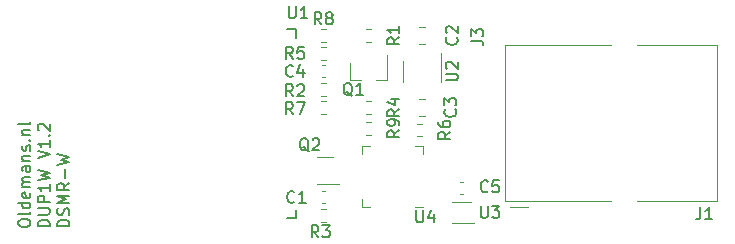
<source format=gto>
G04 #@! TF.GenerationSoftware,KiCad,Pcbnew,(5.1.9-0-10_14)*
G04 #@! TF.CreationDate,2021-04-30T15:23:44+02:00*
G04 #@! TF.ProjectId,P1_wifi,50315f77-6966-4692-9e6b-696361645f70,rev?*
G04 #@! TF.SameCoordinates,Original*
G04 #@! TF.FileFunction,Legend,Top*
G04 #@! TF.FilePolarity,Positive*
%FSLAX46Y46*%
G04 Gerber Fmt 4.6, Leading zero omitted, Abs format (unit mm)*
G04 Created by KiCad (PCBNEW (5.1.9-0-10_14)) date 2021-04-30 15:23:44*
%MOMM*%
%LPD*%
G01*
G04 APERTURE LIST*
%ADD10C,0.150000*%
%ADD11C,0.152400*%
%ADD12C,0.120000*%
%ADD13C,0.100000*%
%ADD14C,1.700000*%
%ADD15R,1.700000X1.700000*%
%ADD16O,1.100000X2.500000*%
%ADD17R,1.100000X2.500000*%
%ADD18R,0.650000X1.060000*%
%ADD19R,3.350000X3.350000*%
%ADD20R,0.500000X0.375000*%
%ADD21R,0.650000X0.300000*%
%ADD22R,0.650000X0.400000*%
%ADD23R,0.800000X0.900000*%
%ADD24R,1.800000X2.000000*%
%ADD25O,2.150000X1.300000*%
%ADD26C,0.550000*%
%ADD27R,1.520000X1.520000*%
%ADD28C,3.250000*%
%ADD29C,1.520000*%
G04 APERTURE END LIST*
D10*
X850380Y1288071D02*
X850380Y1478547D01*
X898000Y1573785D01*
X993238Y1669023D01*
X1183714Y1716642D01*
X1517047Y1716642D01*
X1707523Y1669023D01*
X1802761Y1573785D01*
X1850380Y1478547D01*
X1850380Y1288071D01*
X1802761Y1192833D01*
X1707523Y1097595D01*
X1517047Y1049976D01*
X1183714Y1049976D01*
X993238Y1097595D01*
X898000Y1192833D01*
X850380Y1288071D01*
X1850380Y2288071D02*
X1802761Y2192833D01*
X1707523Y2145214D01*
X850380Y2145214D01*
X1850380Y3097595D02*
X850380Y3097595D01*
X1802761Y3097595D02*
X1850380Y3002357D01*
X1850380Y2811880D01*
X1802761Y2716642D01*
X1755142Y2669023D01*
X1659904Y2621404D01*
X1374190Y2621404D01*
X1278952Y2669023D01*
X1231333Y2716642D01*
X1183714Y2811880D01*
X1183714Y3002357D01*
X1231333Y3097595D01*
X1802761Y3954738D02*
X1850380Y3859500D01*
X1850380Y3669023D01*
X1802761Y3573785D01*
X1707523Y3526166D01*
X1326571Y3526166D01*
X1231333Y3573785D01*
X1183714Y3669023D01*
X1183714Y3859500D01*
X1231333Y3954738D01*
X1326571Y4002357D01*
X1421809Y4002357D01*
X1517047Y3526166D01*
X1850380Y4430928D02*
X1183714Y4430928D01*
X1278952Y4430928D02*
X1231333Y4478547D01*
X1183714Y4573785D01*
X1183714Y4716642D01*
X1231333Y4811880D01*
X1326571Y4859500D01*
X1850380Y4859500D01*
X1326571Y4859500D02*
X1231333Y4907119D01*
X1183714Y5002357D01*
X1183714Y5145214D01*
X1231333Y5240452D01*
X1326571Y5288071D01*
X1850380Y5288071D01*
X1850380Y6192833D02*
X1326571Y6192833D01*
X1231333Y6145214D01*
X1183714Y6049976D01*
X1183714Y5859499D01*
X1231333Y5764261D01*
X1802761Y6192833D02*
X1850380Y6097595D01*
X1850380Y5859499D01*
X1802761Y5764261D01*
X1707523Y5716642D01*
X1612285Y5716642D01*
X1517047Y5764261D01*
X1469428Y5859499D01*
X1469428Y6097595D01*
X1421809Y6192833D01*
X1183714Y6669023D02*
X1850380Y6669023D01*
X1278952Y6669023D02*
X1231333Y6716642D01*
X1183714Y6811880D01*
X1183714Y6954738D01*
X1231333Y7049976D01*
X1326571Y7097595D01*
X1850380Y7097595D01*
X1802761Y7526166D02*
X1850380Y7621404D01*
X1850380Y7811880D01*
X1802761Y7907119D01*
X1707523Y7954738D01*
X1659904Y7954738D01*
X1564666Y7907119D01*
X1517047Y7811880D01*
X1517047Y7669023D01*
X1469428Y7573785D01*
X1374190Y7526166D01*
X1326571Y7526166D01*
X1231333Y7573785D01*
X1183714Y7669023D01*
X1183714Y7811880D01*
X1231333Y7907119D01*
X1755142Y8383309D02*
X1802761Y8430928D01*
X1850380Y8383309D01*
X1802761Y8335690D01*
X1755142Y8383309D01*
X1850380Y8383309D01*
X1183714Y8859500D02*
X1850380Y8859500D01*
X1278952Y8859500D02*
X1231333Y8907119D01*
X1183714Y9002357D01*
X1183714Y9145214D01*
X1231333Y9240452D01*
X1326571Y9288071D01*
X1850380Y9288071D01*
X1850380Y9907119D02*
X1802761Y9811880D01*
X1707523Y9764261D01*
X850380Y9764261D01*
X3500380Y1097595D02*
X2500380Y1097595D01*
X2500380Y1335690D01*
X2548000Y1478547D01*
X2643238Y1573785D01*
X2738476Y1621404D01*
X2928952Y1669023D01*
X3071809Y1669023D01*
X3262285Y1621404D01*
X3357523Y1573785D01*
X3452761Y1478547D01*
X3500380Y1335690D01*
X3500380Y1097595D01*
X2500380Y2097595D02*
X3309904Y2097595D01*
X3405142Y2145214D01*
X3452761Y2192833D01*
X3500380Y2288071D01*
X3500380Y2478547D01*
X3452761Y2573785D01*
X3405142Y2621404D01*
X3309904Y2669023D01*
X2500380Y2669023D01*
X3500380Y3145214D02*
X2500380Y3145214D01*
X2500380Y3526166D01*
X2548000Y3621404D01*
X2595619Y3669023D01*
X2690857Y3716642D01*
X2833714Y3716642D01*
X2928952Y3669023D01*
X2976571Y3621404D01*
X3024190Y3526166D01*
X3024190Y3145214D01*
X3500380Y4669023D02*
X3500380Y4097595D01*
X3500380Y4383309D02*
X2500380Y4383309D01*
X2643238Y4288071D01*
X2738476Y4192833D01*
X2786095Y4097595D01*
X2500380Y5002357D02*
X3500380Y5240452D01*
X2786095Y5430928D01*
X3500380Y5621404D01*
X2500380Y5859500D01*
X2500380Y6859500D02*
X3500380Y7192833D01*
X2500380Y7526166D01*
X3500380Y8383309D02*
X3500380Y7811880D01*
X3500380Y8097595D02*
X2500380Y8097595D01*
X2643238Y8002357D01*
X2738476Y7907119D01*
X2786095Y7811880D01*
X3405142Y8811880D02*
X3452761Y8859500D01*
X3500380Y8811880D01*
X3452761Y8764261D01*
X3405142Y8811880D01*
X3500380Y8811880D01*
X2595619Y9240452D02*
X2548000Y9288071D01*
X2500380Y9383309D01*
X2500380Y9621404D01*
X2548000Y9716642D01*
X2595619Y9764261D01*
X2690857Y9811880D01*
X2786095Y9811880D01*
X2928952Y9764261D01*
X3500380Y9192833D01*
X3500380Y9811880D01*
X5150380Y1097595D02*
X4150380Y1097595D01*
X4150380Y1335690D01*
X4198000Y1478547D01*
X4293238Y1573785D01*
X4388476Y1621404D01*
X4578952Y1669023D01*
X4721809Y1669023D01*
X4912285Y1621404D01*
X5007523Y1573785D01*
X5102761Y1478547D01*
X5150380Y1335690D01*
X5150380Y1097595D01*
X5102761Y2049976D02*
X5150380Y2192833D01*
X5150380Y2430928D01*
X5102761Y2526166D01*
X5055142Y2573785D01*
X4959904Y2621404D01*
X4864666Y2621404D01*
X4769428Y2573785D01*
X4721809Y2526166D01*
X4674190Y2430928D01*
X4626571Y2240452D01*
X4578952Y2145214D01*
X4531333Y2097595D01*
X4436095Y2049976D01*
X4340857Y2049976D01*
X4245619Y2097595D01*
X4198000Y2145214D01*
X4150380Y2240452D01*
X4150380Y2478547D01*
X4198000Y2621404D01*
X5150380Y3049976D02*
X4150380Y3049976D01*
X4864666Y3383309D01*
X4150380Y3716642D01*
X5150380Y3716642D01*
X5150380Y4764261D02*
X4674190Y4430928D01*
X5150380Y4192833D02*
X4150380Y4192833D01*
X4150380Y4573785D01*
X4198000Y4669023D01*
X4245619Y4716642D01*
X4340857Y4764261D01*
X4483714Y4764261D01*
X4578952Y4716642D01*
X4626571Y4669023D01*
X4674190Y4573785D01*
X4674190Y4192833D01*
X4769428Y5192833D02*
X4769428Y5954738D01*
X4150380Y6335690D02*
X5150380Y6573785D01*
X4436095Y6764261D01*
X5150380Y6954738D01*
X4150380Y7192833D01*
D11*
X23622000Y1778000D02*
X24384000Y1778000D01*
X24384000Y1778000D02*
X24383000Y2524000D01*
X24384000Y17780000D02*
X23622000Y17780000D01*
X24385000Y17034000D02*
X24384000Y17780000D01*
D12*
X33442000Y15124000D02*
X33442000Y13324000D01*
X36662000Y13324000D02*
X36662000Y15774000D01*
X35313252Y10441000D02*
X34790748Y10441000D01*
X35313252Y11911000D02*
X34790748Y11911000D01*
X35313252Y16537000D02*
X34790748Y16537000D01*
X35313252Y18007000D02*
X34790748Y18007000D01*
X30627000Y2724000D02*
X29902000Y2724000D01*
X29902000Y2724000D02*
X29902000Y3449000D01*
X34397000Y7944000D02*
X35122000Y7944000D01*
X35122000Y7944000D02*
X35122000Y7219000D01*
X30627000Y7944000D02*
X29902000Y7944000D01*
X29902000Y7944000D02*
X29902000Y7219000D01*
X34397000Y2724000D02*
X35122000Y2724000D01*
X37554000Y1386000D02*
X39454000Y1386000D01*
X39154000Y3186000D02*
X37554000Y3186000D01*
X30242742Y9920500D02*
X30717258Y9920500D01*
X30242742Y8875500D02*
X30717258Y8875500D01*
X26432742Y17794500D02*
X26907258Y17794500D01*
X26432742Y16749500D02*
X26907258Y16749500D01*
X26432742Y11698500D02*
X26907258Y11698500D01*
X26432742Y10653500D02*
X26907258Y10653500D01*
X35035258Y8748500D02*
X34560742Y8748500D01*
X35035258Y9793500D02*
X34560742Y9793500D01*
X26432742Y16270500D02*
X26907258Y16270500D01*
X26432742Y15225500D02*
X26907258Y15225500D01*
X30717258Y10653500D02*
X30242742Y10653500D01*
X30717258Y11698500D02*
X30242742Y11698500D01*
X26432242Y2554500D02*
X26906758Y2554500D01*
X26432242Y1509500D02*
X26906758Y1509500D01*
X26432742Y13222500D02*
X26907258Y13222500D01*
X26432742Y12177500D02*
X26907258Y12177500D01*
X30717258Y16749500D02*
X30242742Y16749500D01*
X30717258Y17794500D02*
X30242742Y17794500D01*
X26097000Y4682000D02*
X27997000Y4682000D01*
X27497000Y7002000D02*
X26097000Y7002000D01*
X28900000Y13464000D02*
X29830000Y13464000D01*
X32060000Y13464000D02*
X31130000Y13464000D01*
X32060000Y13464000D02*
X32060000Y15624000D01*
X28900000Y13464000D02*
X28900000Y14924000D01*
X38213420Y4828000D02*
X38494580Y4828000D01*
X38213420Y3808000D02*
X38494580Y3808000D01*
X26529420Y14734000D02*
X26810580Y14734000D01*
X26529420Y13714000D02*
X26810580Y13714000D01*
X26529420Y4066000D02*
X26810580Y4066000D01*
X26529420Y3046000D02*
X26810580Y3046000D01*
X44013500Y2767500D02*
X42483500Y2767500D01*
X51033500Y3237500D02*
X42013500Y3237500D01*
D13*
X50963500Y3237500D02*
X51033500Y3237500D01*
D12*
X60013500Y3237500D02*
X53233500Y3237500D01*
X60013500Y16437500D02*
X60013500Y3237500D01*
D13*
X60003500Y16437500D02*
X60013500Y16437500D01*
D12*
X60013500Y16437500D02*
X53233500Y16437500D01*
D13*
X59893500Y16437500D02*
X60013500Y16437500D01*
D12*
X42013500Y16437500D02*
X51033500Y16437500D01*
X42013500Y3237500D02*
X42013500Y16437500D01*
D10*
X39203380Y16811666D02*
X39917666Y16811666D01*
X40060523Y16764047D01*
X40155761Y16668809D01*
X40203380Y16525952D01*
X40203380Y16430714D01*
X39203380Y17192619D02*
X39203380Y17811666D01*
X39584333Y17478333D01*
X39584333Y17621190D01*
X39631952Y17716428D01*
X39679571Y17764047D01*
X39774809Y17811666D01*
X40012904Y17811666D01*
X40108142Y17764047D01*
X40155761Y17716428D01*
X40203380Y17621190D01*
X40203380Y17335476D01*
X40155761Y17240238D01*
X40108142Y17192619D01*
X23749095Y19724619D02*
X23749095Y18915095D01*
X23796714Y18819857D01*
X23844333Y18772238D01*
X23939571Y18724619D01*
X24130047Y18724619D01*
X24225285Y18772238D01*
X24272904Y18819857D01*
X24320523Y18915095D01*
X24320523Y19724619D01*
X25320523Y18724619D02*
X24749095Y18724619D01*
X25034809Y18724619D02*
X25034809Y19724619D01*
X24939571Y19581761D01*
X24844333Y19486523D01*
X24749095Y19438904D01*
X37044380Y13462095D02*
X37853904Y13462095D01*
X37949142Y13509714D01*
X37996761Y13557333D01*
X38044380Y13652571D01*
X38044380Y13843047D01*
X37996761Y13938285D01*
X37949142Y13985904D01*
X37853904Y14033523D01*
X37044380Y14033523D01*
X37139619Y14462095D02*
X37092000Y14509714D01*
X37044380Y14604952D01*
X37044380Y14843047D01*
X37092000Y14938285D01*
X37139619Y14985904D01*
X37234857Y15033523D01*
X37330095Y15033523D01*
X37472952Y14985904D01*
X38044380Y14414476D01*
X38044380Y15033523D01*
X37822142Y11009333D02*
X37869761Y10961714D01*
X37917380Y10818857D01*
X37917380Y10723619D01*
X37869761Y10580761D01*
X37774523Y10485523D01*
X37679285Y10437904D01*
X37488809Y10390285D01*
X37345952Y10390285D01*
X37155476Y10437904D01*
X37060238Y10485523D01*
X36965000Y10580761D01*
X36917380Y10723619D01*
X36917380Y10818857D01*
X36965000Y10961714D01*
X37012619Y11009333D01*
X36917380Y11342666D02*
X36917380Y11961714D01*
X37298333Y11628380D01*
X37298333Y11771238D01*
X37345952Y11866476D01*
X37393571Y11914095D01*
X37488809Y11961714D01*
X37726904Y11961714D01*
X37822142Y11914095D01*
X37869761Y11866476D01*
X37917380Y11771238D01*
X37917380Y11485523D01*
X37869761Y11390285D01*
X37822142Y11342666D01*
X37949142Y17105333D02*
X37996761Y17057714D01*
X38044380Y16914857D01*
X38044380Y16819619D01*
X37996761Y16676761D01*
X37901523Y16581523D01*
X37806285Y16533904D01*
X37615809Y16486285D01*
X37472952Y16486285D01*
X37282476Y16533904D01*
X37187238Y16581523D01*
X37092000Y16676761D01*
X37044380Y16819619D01*
X37044380Y16914857D01*
X37092000Y17057714D01*
X37139619Y17105333D01*
X37139619Y17486285D02*
X37092000Y17533904D01*
X37044380Y17629142D01*
X37044380Y17867238D01*
X37092000Y17962476D01*
X37139619Y18010095D01*
X37234857Y18057714D01*
X37330095Y18057714D01*
X37472952Y18010095D01*
X38044380Y17438666D01*
X38044380Y18057714D01*
X34544095Y2452619D02*
X34544095Y1643095D01*
X34591714Y1547857D01*
X34639333Y1500238D01*
X34734571Y1452619D01*
X34925047Y1452619D01*
X35020285Y1500238D01*
X35067904Y1547857D01*
X35115523Y1643095D01*
X35115523Y2452619D01*
X36020285Y2119285D02*
X36020285Y1452619D01*
X35782190Y2500238D02*
X35544095Y1785952D01*
X36163142Y1785952D01*
X40005095Y2833619D02*
X40005095Y2024095D01*
X40052714Y1928857D01*
X40100333Y1881238D01*
X40195571Y1833619D01*
X40386047Y1833619D01*
X40481285Y1881238D01*
X40528904Y1928857D01*
X40576523Y2024095D01*
X40576523Y2833619D01*
X40957476Y2833619D02*
X41576523Y2833619D01*
X41243190Y2452666D01*
X41386047Y2452666D01*
X41481285Y2405047D01*
X41528904Y2357428D01*
X41576523Y2262190D01*
X41576523Y2024095D01*
X41528904Y1928857D01*
X41481285Y1881238D01*
X41386047Y1833619D01*
X41100333Y1833619D01*
X41005095Y1881238D01*
X40957476Y1928857D01*
X33091380Y9231333D02*
X32615190Y8898000D01*
X33091380Y8659904D02*
X32091380Y8659904D01*
X32091380Y9040857D01*
X32139000Y9136095D01*
X32186619Y9183714D01*
X32281857Y9231333D01*
X32424714Y9231333D01*
X32519952Y9183714D01*
X32567571Y9136095D01*
X32615190Y9040857D01*
X32615190Y8659904D01*
X33091380Y9707523D02*
X33091380Y9898000D01*
X33043761Y9993238D01*
X32996142Y10040857D01*
X32853285Y10136095D01*
X32662809Y10183714D01*
X32281857Y10183714D01*
X32186619Y10136095D01*
X32139000Y10088476D01*
X32091380Y9993238D01*
X32091380Y9802761D01*
X32139000Y9707523D01*
X32186619Y9659904D01*
X32281857Y9612285D01*
X32519952Y9612285D01*
X32615190Y9659904D01*
X32662809Y9707523D01*
X32710428Y9802761D01*
X32710428Y9993238D01*
X32662809Y10088476D01*
X32615190Y10136095D01*
X32519952Y10183714D01*
X26503333Y18216619D02*
X26170000Y18692809D01*
X25931904Y18216619D02*
X25931904Y19216619D01*
X26312857Y19216619D01*
X26408095Y19169000D01*
X26455714Y19121380D01*
X26503333Y19026142D01*
X26503333Y18883285D01*
X26455714Y18788047D01*
X26408095Y18740428D01*
X26312857Y18692809D01*
X25931904Y18692809D01*
X27074761Y18788047D02*
X26979523Y18835666D01*
X26931904Y18883285D01*
X26884285Y18978523D01*
X26884285Y19026142D01*
X26931904Y19121380D01*
X26979523Y19169000D01*
X27074761Y19216619D01*
X27265238Y19216619D01*
X27360476Y19169000D01*
X27408095Y19121380D01*
X27455714Y19026142D01*
X27455714Y18978523D01*
X27408095Y18883285D01*
X27360476Y18835666D01*
X27265238Y18788047D01*
X27074761Y18788047D01*
X26979523Y18740428D01*
X26931904Y18692809D01*
X26884285Y18597571D01*
X26884285Y18407095D01*
X26931904Y18311857D01*
X26979523Y18264238D01*
X27074761Y18216619D01*
X27265238Y18216619D01*
X27360476Y18264238D01*
X27408095Y18311857D01*
X27455714Y18407095D01*
X27455714Y18597571D01*
X27408095Y18692809D01*
X27360476Y18740428D01*
X27265238Y18788047D01*
X24090333Y10596619D02*
X23757000Y11072809D01*
X23518904Y10596619D02*
X23518904Y11596619D01*
X23899857Y11596619D01*
X23995095Y11549000D01*
X24042714Y11501380D01*
X24090333Y11406142D01*
X24090333Y11263285D01*
X24042714Y11168047D01*
X23995095Y11120428D01*
X23899857Y11072809D01*
X23518904Y11072809D01*
X24423666Y11596619D02*
X25090333Y11596619D01*
X24661761Y10596619D01*
X37409380Y9104333D02*
X36933190Y8771000D01*
X37409380Y8532904D02*
X36409380Y8532904D01*
X36409380Y8913857D01*
X36457000Y9009095D01*
X36504619Y9056714D01*
X36599857Y9104333D01*
X36742714Y9104333D01*
X36837952Y9056714D01*
X36885571Y9009095D01*
X36933190Y8913857D01*
X36933190Y8532904D01*
X36409380Y9961476D02*
X36409380Y9771000D01*
X36457000Y9675761D01*
X36504619Y9628142D01*
X36647476Y9532904D01*
X36837952Y9485285D01*
X37218904Y9485285D01*
X37314142Y9532904D01*
X37361761Y9580523D01*
X37409380Y9675761D01*
X37409380Y9866238D01*
X37361761Y9961476D01*
X37314142Y10009095D01*
X37218904Y10056714D01*
X36980809Y10056714D01*
X36885571Y10009095D01*
X36837952Y9961476D01*
X36790333Y9866238D01*
X36790333Y9675761D01*
X36837952Y9580523D01*
X36885571Y9532904D01*
X36980809Y9485285D01*
X24090333Y15295619D02*
X23757000Y15771809D01*
X23518904Y15295619D02*
X23518904Y16295619D01*
X23899857Y16295619D01*
X23995095Y16248000D01*
X24042714Y16200380D01*
X24090333Y16105142D01*
X24090333Y15962285D01*
X24042714Y15867047D01*
X23995095Y15819428D01*
X23899857Y15771809D01*
X23518904Y15771809D01*
X24995095Y16295619D02*
X24518904Y16295619D01*
X24471285Y15819428D01*
X24518904Y15867047D01*
X24614142Y15914666D01*
X24852238Y15914666D01*
X24947476Y15867047D01*
X24995095Y15819428D01*
X25042714Y15724190D01*
X25042714Y15486095D01*
X24995095Y15390857D01*
X24947476Y15343238D01*
X24852238Y15295619D01*
X24614142Y15295619D01*
X24518904Y15343238D01*
X24471285Y15390857D01*
X33091380Y11009333D02*
X32615190Y10676000D01*
X33091380Y10437904D02*
X32091380Y10437904D01*
X32091380Y10818857D01*
X32139000Y10914095D01*
X32186619Y10961714D01*
X32281857Y11009333D01*
X32424714Y11009333D01*
X32519952Y10961714D01*
X32567571Y10914095D01*
X32615190Y10818857D01*
X32615190Y10437904D01*
X32424714Y11866476D02*
X33091380Y11866476D01*
X32043761Y11628380D02*
X32758047Y11390285D01*
X32758047Y12009333D01*
X26249333Y182619D02*
X25916000Y658809D01*
X25677904Y182619D02*
X25677904Y1182619D01*
X26058857Y1182619D01*
X26154095Y1135000D01*
X26201714Y1087380D01*
X26249333Y992142D01*
X26249333Y849285D01*
X26201714Y754047D01*
X26154095Y706428D01*
X26058857Y658809D01*
X25677904Y658809D01*
X26582666Y1182619D02*
X27201714Y1182619D01*
X26868380Y801666D01*
X27011238Y801666D01*
X27106476Y754047D01*
X27154095Y706428D01*
X27201714Y611190D01*
X27201714Y373095D01*
X27154095Y277857D01*
X27106476Y230238D01*
X27011238Y182619D01*
X26725523Y182619D01*
X26630285Y230238D01*
X26582666Y277857D01*
X24090333Y12120619D02*
X23757000Y12596809D01*
X23518904Y12120619D02*
X23518904Y13120619D01*
X23899857Y13120619D01*
X23995095Y13073000D01*
X24042714Y13025380D01*
X24090333Y12930142D01*
X24090333Y12787285D01*
X24042714Y12692047D01*
X23995095Y12644428D01*
X23899857Y12596809D01*
X23518904Y12596809D01*
X24471285Y13025380D02*
X24518904Y13073000D01*
X24614142Y13120619D01*
X24852238Y13120619D01*
X24947476Y13073000D01*
X24995095Y13025380D01*
X25042714Y12930142D01*
X25042714Y12834904D01*
X24995095Y12692047D01*
X24423666Y12120619D01*
X25042714Y12120619D01*
X33091380Y17105333D02*
X32615190Y16772000D01*
X33091380Y16533904D02*
X32091380Y16533904D01*
X32091380Y16914857D01*
X32139000Y17010095D01*
X32186619Y17057714D01*
X32281857Y17105333D01*
X32424714Y17105333D01*
X32519952Y17057714D01*
X32567571Y17010095D01*
X32615190Y16914857D01*
X32615190Y16533904D01*
X33091380Y18057714D02*
X33091380Y17486285D01*
X33091380Y17772000D02*
X32091380Y17772000D01*
X32234238Y17676761D01*
X32329476Y17581523D01*
X32377095Y17486285D01*
X25431761Y7453380D02*
X25336523Y7501000D01*
X25241285Y7596238D01*
X25098428Y7739095D01*
X25003190Y7786714D01*
X24907952Y7786714D01*
X24955571Y7548619D02*
X24860333Y7596238D01*
X24765095Y7691476D01*
X24717476Y7881952D01*
X24717476Y8215285D01*
X24765095Y8405761D01*
X24860333Y8501000D01*
X24955571Y8548619D01*
X25146047Y8548619D01*
X25241285Y8501000D01*
X25336523Y8405761D01*
X25384142Y8215285D01*
X25384142Y7881952D01*
X25336523Y7691476D01*
X25241285Y7596238D01*
X25146047Y7548619D01*
X24955571Y7548619D01*
X25765095Y8453380D02*
X25812714Y8501000D01*
X25907952Y8548619D01*
X26146047Y8548619D01*
X26241285Y8501000D01*
X26288904Y8453380D01*
X26336523Y8358142D01*
X26336523Y8262904D01*
X26288904Y8120047D01*
X25717476Y7548619D01*
X26336523Y7548619D01*
X29114761Y12152380D02*
X29019523Y12200000D01*
X28924285Y12295238D01*
X28781428Y12438095D01*
X28686190Y12485714D01*
X28590952Y12485714D01*
X28638571Y12247619D02*
X28543333Y12295238D01*
X28448095Y12390476D01*
X28400476Y12580952D01*
X28400476Y12914285D01*
X28448095Y13104761D01*
X28543333Y13200000D01*
X28638571Y13247619D01*
X28829047Y13247619D01*
X28924285Y13200000D01*
X29019523Y13104761D01*
X29067142Y12914285D01*
X29067142Y12580952D01*
X29019523Y12390476D01*
X28924285Y12295238D01*
X28829047Y12247619D01*
X28638571Y12247619D01*
X30019523Y12247619D02*
X29448095Y12247619D01*
X29733809Y12247619D02*
X29733809Y13247619D01*
X29638571Y13104761D01*
X29543333Y13009523D01*
X29448095Y12961904D01*
X40600333Y4087857D02*
X40552714Y4040238D01*
X40409857Y3992619D01*
X40314619Y3992619D01*
X40171761Y4040238D01*
X40076523Y4135476D01*
X40028904Y4230714D01*
X39981285Y4421190D01*
X39981285Y4564047D01*
X40028904Y4754523D01*
X40076523Y4849761D01*
X40171761Y4945000D01*
X40314619Y4992619D01*
X40409857Y4992619D01*
X40552714Y4945000D01*
X40600333Y4897380D01*
X41505095Y4992619D02*
X41028904Y4992619D01*
X40981285Y4516428D01*
X41028904Y4564047D01*
X41124142Y4611666D01*
X41362238Y4611666D01*
X41457476Y4564047D01*
X41505095Y4516428D01*
X41552714Y4421190D01*
X41552714Y4183095D01*
X41505095Y4087857D01*
X41457476Y4040238D01*
X41362238Y3992619D01*
X41124142Y3992619D01*
X41028904Y4040238D01*
X40981285Y4087857D01*
X24090333Y13866857D02*
X24042714Y13819238D01*
X23899857Y13771619D01*
X23804619Y13771619D01*
X23661761Y13819238D01*
X23566523Y13914476D01*
X23518904Y14009714D01*
X23471285Y14200190D01*
X23471285Y14343047D01*
X23518904Y14533523D01*
X23566523Y14628761D01*
X23661761Y14724000D01*
X23804619Y14771619D01*
X23899857Y14771619D01*
X24042714Y14724000D01*
X24090333Y14676380D01*
X24947476Y14438285D02*
X24947476Y13771619D01*
X24709380Y14819238D02*
X24471285Y14104952D01*
X25090333Y14104952D01*
X24217333Y3198857D02*
X24169714Y3151238D01*
X24026857Y3103619D01*
X23931619Y3103619D01*
X23788761Y3151238D01*
X23693523Y3246476D01*
X23645904Y3341714D01*
X23598285Y3532190D01*
X23598285Y3675047D01*
X23645904Y3865523D01*
X23693523Y3960761D01*
X23788761Y4056000D01*
X23931619Y4103619D01*
X24026857Y4103619D01*
X24169714Y4056000D01*
X24217333Y4008380D01*
X25169714Y3103619D02*
X24598285Y3103619D01*
X24884000Y3103619D02*
X24884000Y4103619D01*
X24788761Y3960761D01*
X24693523Y3865523D01*
X24598285Y3817904D01*
X58594666Y2706619D02*
X58594666Y1992333D01*
X58547047Y1849476D01*
X58451809Y1754238D01*
X58308952Y1706619D01*
X58213714Y1706619D01*
X59594666Y1706619D02*
X59023238Y1706619D01*
X59308952Y1706619D02*
X59308952Y2706619D01*
X59213714Y2563761D01*
X59118476Y2468523D01*
X59023238Y2420904D01*
%LPC*%
D14*
X39711500Y9937000D03*
X39711500Y12477000D03*
X39711500Y7397000D03*
D15*
X39711500Y15017000D03*
D16*
X8763000Y17494000D03*
X10763000Y17494000D03*
X12763000Y17494000D03*
X14763000Y17494000D03*
X16763000Y17494000D03*
X18763000Y17494000D03*
X20763000Y17394000D03*
X22763000Y17494000D03*
X22763000Y2094000D03*
X20763000Y2094000D03*
X18763000Y2094000D03*
X16763000Y2094000D03*
X14763000Y2094000D03*
X12763000Y2094000D03*
X10763000Y2094000D03*
D17*
X8763000Y2094000D03*
D18*
X36002000Y13124000D03*
X34102000Y13124000D03*
X34102000Y15324000D03*
X35052000Y15324000D03*
X36002000Y15324000D03*
G36*
G01*
X34602000Y11651000D02*
X34602000Y10701000D01*
G75*
G02*
X34352000Y10451000I-250000J0D01*
G01*
X33852000Y10451000D01*
G75*
G02*
X33602000Y10701000I0J250000D01*
G01*
X33602000Y11651000D01*
G75*
G02*
X33852000Y11901000I250000J0D01*
G01*
X34352000Y11901000D01*
G75*
G02*
X34602000Y11651000I0J-250000D01*
G01*
G37*
G36*
G01*
X36502000Y11651000D02*
X36502000Y10701000D01*
G75*
G02*
X36252000Y10451000I-250000J0D01*
G01*
X35752000Y10451000D01*
G75*
G02*
X35502000Y10701000I0J250000D01*
G01*
X35502000Y11651000D01*
G75*
G02*
X35752000Y11901000I250000J0D01*
G01*
X36252000Y11901000D01*
G75*
G02*
X36502000Y11651000I0J-250000D01*
G01*
G37*
G36*
G01*
X34602000Y17747000D02*
X34602000Y16797000D01*
G75*
G02*
X34352000Y16547000I-250000J0D01*
G01*
X33852000Y16547000D01*
G75*
G02*
X33602000Y16797000I0J250000D01*
G01*
X33602000Y17747000D01*
G75*
G02*
X33852000Y17997000I250000J0D01*
G01*
X34352000Y17997000D01*
G75*
G02*
X34602000Y17747000I0J-250000D01*
G01*
G37*
G36*
G01*
X36502000Y17747000D02*
X36502000Y16797000D01*
G75*
G02*
X36252000Y16547000I-250000J0D01*
G01*
X35752000Y16547000D01*
G75*
G02*
X35502000Y16797000I0J250000D01*
G01*
X35502000Y17747000D01*
G75*
G02*
X35752000Y17997000I250000J0D01*
G01*
X36252000Y17997000D01*
G75*
G02*
X36502000Y17747000I0J-250000D01*
G01*
G37*
D19*
X32512000Y5334000D03*
G36*
G01*
X34137000Y3221500D02*
X34137000Y2546500D01*
G75*
G02*
X34074500Y2484000I-62500J0D01*
G01*
X33949500Y2484000D01*
G75*
G02*
X33887000Y2546500I0J62500D01*
G01*
X33887000Y3221500D01*
G75*
G02*
X33949500Y3284000I62500J0D01*
G01*
X34074500Y3284000D01*
G75*
G02*
X34137000Y3221500I0J-62500D01*
G01*
G37*
G36*
G01*
X33637000Y3221500D02*
X33637000Y2546500D01*
G75*
G02*
X33574500Y2484000I-62500J0D01*
G01*
X33449500Y2484000D01*
G75*
G02*
X33387000Y2546500I0J62500D01*
G01*
X33387000Y3221500D01*
G75*
G02*
X33449500Y3284000I62500J0D01*
G01*
X33574500Y3284000D01*
G75*
G02*
X33637000Y3221500I0J-62500D01*
G01*
G37*
G36*
G01*
X33137000Y3221500D02*
X33137000Y2546500D01*
G75*
G02*
X33074500Y2484000I-62500J0D01*
G01*
X32949500Y2484000D01*
G75*
G02*
X32887000Y2546500I0J62500D01*
G01*
X32887000Y3221500D01*
G75*
G02*
X32949500Y3284000I62500J0D01*
G01*
X33074500Y3284000D01*
G75*
G02*
X33137000Y3221500I0J-62500D01*
G01*
G37*
G36*
G01*
X32637000Y3221500D02*
X32637000Y2546500D01*
G75*
G02*
X32574500Y2484000I-62500J0D01*
G01*
X32449500Y2484000D01*
G75*
G02*
X32387000Y2546500I0J62500D01*
G01*
X32387000Y3221500D01*
G75*
G02*
X32449500Y3284000I62500J0D01*
G01*
X32574500Y3284000D01*
G75*
G02*
X32637000Y3221500I0J-62500D01*
G01*
G37*
G36*
G01*
X32137000Y3221500D02*
X32137000Y2546500D01*
G75*
G02*
X32074500Y2484000I-62500J0D01*
G01*
X31949500Y2484000D01*
G75*
G02*
X31887000Y2546500I0J62500D01*
G01*
X31887000Y3221500D01*
G75*
G02*
X31949500Y3284000I62500J0D01*
G01*
X32074500Y3284000D01*
G75*
G02*
X32137000Y3221500I0J-62500D01*
G01*
G37*
G36*
G01*
X31637000Y3221500D02*
X31637000Y2546500D01*
G75*
G02*
X31574500Y2484000I-62500J0D01*
G01*
X31449500Y2484000D01*
G75*
G02*
X31387000Y2546500I0J62500D01*
G01*
X31387000Y3221500D01*
G75*
G02*
X31449500Y3284000I62500J0D01*
G01*
X31574500Y3284000D01*
G75*
G02*
X31637000Y3221500I0J-62500D01*
G01*
G37*
G36*
G01*
X31137000Y3221500D02*
X31137000Y2546500D01*
G75*
G02*
X31074500Y2484000I-62500J0D01*
G01*
X30949500Y2484000D01*
G75*
G02*
X30887000Y2546500I0J62500D01*
G01*
X30887000Y3221500D01*
G75*
G02*
X30949500Y3284000I62500J0D01*
G01*
X31074500Y3284000D01*
G75*
G02*
X31137000Y3221500I0J-62500D01*
G01*
G37*
G36*
G01*
X30462000Y3896500D02*
X30462000Y3771500D01*
G75*
G02*
X30399500Y3709000I-62500J0D01*
G01*
X29724500Y3709000D01*
G75*
G02*
X29662000Y3771500I0J62500D01*
G01*
X29662000Y3896500D01*
G75*
G02*
X29724500Y3959000I62500J0D01*
G01*
X30399500Y3959000D01*
G75*
G02*
X30462000Y3896500I0J-62500D01*
G01*
G37*
G36*
G01*
X30462000Y4396500D02*
X30462000Y4271500D01*
G75*
G02*
X30399500Y4209000I-62500J0D01*
G01*
X29724500Y4209000D01*
G75*
G02*
X29662000Y4271500I0J62500D01*
G01*
X29662000Y4396500D01*
G75*
G02*
X29724500Y4459000I62500J0D01*
G01*
X30399500Y4459000D01*
G75*
G02*
X30462000Y4396500I0J-62500D01*
G01*
G37*
G36*
G01*
X30462000Y4896500D02*
X30462000Y4771500D01*
G75*
G02*
X30399500Y4709000I-62500J0D01*
G01*
X29724500Y4709000D01*
G75*
G02*
X29662000Y4771500I0J62500D01*
G01*
X29662000Y4896500D01*
G75*
G02*
X29724500Y4959000I62500J0D01*
G01*
X30399500Y4959000D01*
G75*
G02*
X30462000Y4896500I0J-62500D01*
G01*
G37*
G36*
G01*
X30462000Y5396500D02*
X30462000Y5271500D01*
G75*
G02*
X30399500Y5209000I-62500J0D01*
G01*
X29724500Y5209000D01*
G75*
G02*
X29662000Y5271500I0J62500D01*
G01*
X29662000Y5396500D01*
G75*
G02*
X29724500Y5459000I62500J0D01*
G01*
X30399500Y5459000D01*
G75*
G02*
X30462000Y5396500I0J-62500D01*
G01*
G37*
G36*
G01*
X30462000Y5896500D02*
X30462000Y5771500D01*
G75*
G02*
X30399500Y5709000I-62500J0D01*
G01*
X29724500Y5709000D01*
G75*
G02*
X29662000Y5771500I0J62500D01*
G01*
X29662000Y5896500D01*
G75*
G02*
X29724500Y5959000I62500J0D01*
G01*
X30399500Y5959000D01*
G75*
G02*
X30462000Y5896500I0J-62500D01*
G01*
G37*
G36*
G01*
X30462000Y6396500D02*
X30462000Y6271500D01*
G75*
G02*
X30399500Y6209000I-62500J0D01*
G01*
X29724500Y6209000D01*
G75*
G02*
X29662000Y6271500I0J62500D01*
G01*
X29662000Y6396500D01*
G75*
G02*
X29724500Y6459000I62500J0D01*
G01*
X30399500Y6459000D01*
G75*
G02*
X30462000Y6396500I0J-62500D01*
G01*
G37*
G36*
G01*
X30462000Y6896500D02*
X30462000Y6771500D01*
G75*
G02*
X30399500Y6709000I-62500J0D01*
G01*
X29724500Y6709000D01*
G75*
G02*
X29662000Y6771500I0J62500D01*
G01*
X29662000Y6896500D01*
G75*
G02*
X29724500Y6959000I62500J0D01*
G01*
X30399500Y6959000D01*
G75*
G02*
X30462000Y6896500I0J-62500D01*
G01*
G37*
G36*
G01*
X31137000Y8121500D02*
X31137000Y7446500D01*
G75*
G02*
X31074500Y7384000I-62500J0D01*
G01*
X30949500Y7384000D01*
G75*
G02*
X30887000Y7446500I0J62500D01*
G01*
X30887000Y8121500D01*
G75*
G02*
X30949500Y8184000I62500J0D01*
G01*
X31074500Y8184000D01*
G75*
G02*
X31137000Y8121500I0J-62500D01*
G01*
G37*
G36*
G01*
X31637000Y8121500D02*
X31637000Y7446500D01*
G75*
G02*
X31574500Y7384000I-62500J0D01*
G01*
X31449500Y7384000D01*
G75*
G02*
X31387000Y7446500I0J62500D01*
G01*
X31387000Y8121500D01*
G75*
G02*
X31449500Y8184000I62500J0D01*
G01*
X31574500Y8184000D01*
G75*
G02*
X31637000Y8121500I0J-62500D01*
G01*
G37*
G36*
G01*
X32137000Y8121500D02*
X32137000Y7446500D01*
G75*
G02*
X32074500Y7384000I-62500J0D01*
G01*
X31949500Y7384000D01*
G75*
G02*
X31887000Y7446500I0J62500D01*
G01*
X31887000Y8121500D01*
G75*
G02*
X31949500Y8184000I62500J0D01*
G01*
X32074500Y8184000D01*
G75*
G02*
X32137000Y8121500I0J-62500D01*
G01*
G37*
G36*
G01*
X32637000Y8121500D02*
X32637000Y7446500D01*
G75*
G02*
X32574500Y7384000I-62500J0D01*
G01*
X32449500Y7384000D01*
G75*
G02*
X32387000Y7446500I0J62500D01*
G01*
X32387000Y8121500D01*
G75*
G02*
X32449500Y8184000I62500J0D01*
G01*
X32574500Y8184000D01*
G75*
G02*
X32637000Y8121500I0J-62500D01*
G01*
G37*
G36*
G01*
X33137000Y8121500D02*
X33137000Y7446500D01*
G75*
G02*
X33074500Y7384000I-62500J0D01*
G01*
X32949500Y7384000D01*
G75*
G02*
X32887000Y7446500I0J62500D01*
G01*
X32887000Y8121500D01*
G75*
G02*
X32949500Y8184000I62500J0D01*
G01*
X33074500Y8184000D01*
G75*
G02*
X33137000Y8121500I0J-62500D01*
G01*
G37*
G36*
G01*
X33637000Y8121500D02*
X33637000Y7446500D01*
G75*
G02*
X33574500Y7384000I-62500J0D01*
G01*
X33449500Y7384000D01*
G75*
G02*
X33387000Y7446500I0J62500D01*
G01*
X33387000Y8121500D01*
G75*
G02*
X33449500Y8184000I62500J0D01*
G01*
X33574500Y8184000D01*
G75*
G02*
X33637000Y8121500I0J-62500D01*
G01*
G37*
G36*
G01*
X34137000Y8121500D02*
X34137000Y7446500D01*
G75*
G02*
X34074500Y7384000I-62500J0D01*
G01*
X33949500Y7384000D01*
G75*
G02*
X33887000Y7446500I0J62500D01*
G01*
X33887000Y8121500D01*
G75*
G02*
X33949500Y8184000I62500J0D01*
G01*
X34074500Y8184000D01*
G75*
G02*
X34137000Y8121500I0J-62500D01*
G01*
G37*
G36*
G01*
X35362000Y6896500D02*
X35362000Y6771500D01*
G75*
G02*
X35299500Y6709000I-62500J0D01*
G01*
X34624500Y6709000D01*
G75*
G02*
X34562000Y6771500I0J62500D01*
G01*
X34562000Y6896500D01*
G75*
G02*
X34624500Y6959000I62500J0D01*
G01*
X35299500Y6959000D01*
G75*
G02*
X35362000Y6896500I0J-62500D01*
G01*
G37*
G36*
G01*
X35362000Y6396500D02*
X35362000Y6271500D01*
G75*
G02*
X35299500Y6209000I-62500J0D01*
G01*
X34624500Y6209000D01*
G75*
G02*
X34562000Y6271500I0J62500D01*
G01*
X34562000Y6396500D01*
G75*
G02*
X34624500Y6459000I62500J0D01*
G01*
X35299500Y6459000D01*
G75*
G02*
X35362000Y6396500I0J-62500D01*
G01*
G37*
G36*
G01*
X35362000Y5896500D02*
X35362000Y5771500D01*
G75*
G02*
X35299500Y5709000I-62500J0D01*
G01*
X34624500Y5709000D01*
G75*
G02*
X34562000Y5771500I0J62500D01*
G01*
X34562000Y5896500D01*
G75*
G02*
X34624500Y5959000I62500J0D01*
G01*
X35299500Y5959000D01*
G75*
G02*
X35362000Y5896500I0J-62500D01*
G01*
G37*
G36*
G01*
X35362000Y5396500D02*
X35362000Y5271500D01*
G75*
G02*
X35299500Y5209000I-62500J0D01*
G01*
X34624500Y5209000D01*
G75*
G02*
X34562000Y5271500I0J62500D01*
G01*
X34562000Y5396500D01*
G75*
G02*
X34624500Y5459000I62500J0D01*
G01*
X35299500Y5459000D01*
G75*
G02*
X35362000Y5396500I0J-62500D01*
G01*
G37*
G36*
G01*
X35362000Y4896500D02*
X35362000Y4771500D01*
G75*
G02*
X35299500Y4709000I-62500J0D01*
G01*
X34624500Y4709000D01*
G75*
G02*
X34562000Y4771500I0J62500D01*
G01*
X34562000Y4896500D01*
G75*
G02*
X34624500Y4959000I62500J0D01*
G01*
X35299500Y4959000D01*
G75*
G02*
X35362000Y4896500I0J-62500D01*
G01*
G37*
G36*
G01*
X35362000Y4396500D02*
X35362000Y4271500D01*
G75*
G02*
X35299500Y4209000I-62500J0D01*
G01*
X34624500Y4209000D01*
G75*
G02*
X34562000Y4271500I0J62500D01*
G01*
X34562000Y4396500D01*
G75*
G02*
X34624500Y4459000I62500J0D01*
G01*
X35299500Y4459000D01*
G75*
G02*
X35362000Y4396500I0J-62500D01*
G01*
G37*
G36*
G01*
X35362000Y3896500D02*
X35362000Y3771500D01*
G75*
G02*
X35299500Y3709000I-62500J0D01*
G01*
X34624500Y3709000D01*
G75*
G02*
X34562000Y3771500I0J62500D01*
G01*
X34562000Y3896500D01*
G75*
G02*
X34624500Y3959000I62500J0D01*
G01*
X35299500Y3959000D01*
G75*
G02*
X35362000Y3896500I0J-62500D01*
G01*
G37*
D20*
X37504000Y1748500D03*
X37504000Y2823500D03*
D21*
X39279000Y2286000D03*
X37429000Y2286000D03*
D20*
X39204000Y2823500D03*
X39204000Y1748500D03*
G36*
G01*
X30905000Y9123000D02*
X30905000Y9673000D01*
G75*
G02*
X31105000Y9873000I200000J0D01*
G01*
X31505000Y9873000D01*
G75*
G02*
X31705000Y9673000I0J-200000D01*
G01*
X31705000Y9123000D01*
G75*
G02*
X31505000Y8923000I-200000J0D01*
G01*
X31105000Y8923000D01*
G75*
G02*
X30905000Y9123000I0J200000D01*
G01*
G37*
G36*
G01*
X29255000Y9123000D02*
X29255000Y9673000D01*
G75*
G02*
X29455000Y9873000I200000J0D01*
G01*
X29855000Y9873000D01*
G75*
G02*
X30055000Y9673000I0J-200000D01*
G01*
X30055000Y9123000D01*
G75*
G02*
X29855000Y8923000I-200000J0D01*
G01*
X29455000Y8923000D01*
G75*
G02*
X29255000Y9123000I0J200000D01*
G01*
G37*
G36*
G01*
X27095000Y16997000D02*
X27095000Y17547000D01*
G75*
G02*
X27295000Y17747000I200000J0D01*
G01*
X27695000Y17747000D01*
G75*
G02*
X27895000Y17547000I0J-200000D01*
G01*
X27895000Y16997000D01*
G75*
G02*
X27695000Y16797000I-200000J0D01*
G01*
X27295000Y16797000D01*
G75*
G02*
X27095000Y16997000I0J200000D01*
G01*
G37*
G36*
G01*
X25445000Y16997000D02*
X25445000Y17547000D01*
G75*
G02*
X25645000Y17747000I200000J0D01*
G01*
X26045000Y17747000D01*
G75*
G02*
X26245000Y17547000I0J-200000D01*
G01*
X26245000Y16997000D01*
G75*
G02*
X26045000Y16797000I-200000J0D01*
G01*
X25645000Y16797000D01*
G75*
G02*
X25445000Y16997000I0J200000D01*
G01*
G37*
G36*
G01*
X27095000Y10901000D02*
X27095000Y11451000D01*
G75*
G02*
X27295000Y11651000I200000J0D01*
G01*
X27695000Y11651000D01*
G75*
G02*
X27895000Y11451000I0J-200000D01*
G01*
X27895000Y10901000D01*
G75*
G02*
X27695000Y10701000I-200000J0D01*
G01*
X27295000Y10701000D01*
G75*
G02*
X27095000Y10901000I0J200000D01*
G01*
G37*
G36*
G01*
X25445000Y10901000D02*
X25445000Y11451000D01*
G75*
G02*
X25645000Y11651000I200000J0D01*
G01*
X26045000Y11651000D01*
G75*
G02*
X26245000Y11451000I0J-200000D01*
G01*
X26245000Y10901000D01*
G75*
G02*
X26045000Y10701000I-200000J0D01*
G01*
X25645000Y10701000D01*
G75*
G02*
X25445000Y10901000I0J200000D01*
G01*
G37*
G36*
G01*
X34373000Y9546000D02*
X34373000Y8996000D01*
G75*
G02*
X34173000Y8796000I-200000J0D01*
G01*
X33773000Y8796000D01*
G75*
G02*
X33573000Y8996000I0J200000D01*
G01*
X33573000Y9546000D01*
G75*
G02*
X33773000Y9746000I200000J0D01*
G01*
X34173000Y9746000D01*
G75*
G02*
X34373000Y9546000I0J-200000D01*
G01*
G37*
G36*
G01*
X36023000Y9546000D02*
X36023000Y8996000D01*
G75*
G02*
X35823000Y8796000I-200000J0D01*
G01*
X35423000Y8796000D01*
G75*
G02*
X35223000Y8996000I0J200000D01*
G01*
X35223000Y9546000D01*
G75*
G02*
X35423000Y9746000I200000J0D01*
G01*
X35823000Y9746000D01*
G75*
G02*
X36023000Y9546000I0J-200000D01*
G01*
G37*
G36*
G01*
X27095000Y15473000D02*
X27095000Y16023000D01*
G75*
G02*
X27295000Y16223000I200000J0D01*
G01*
X27695000Y16223000D01*
G75*
G02*
X27895000Y16023000I0J-200000D01*
G01*
X27895000Y15473000D01*
G75*
G02*
X27695000Y15273000I-200000J0D01*
G01*
X27295000Y15273000D01*
G75*
G02*
X27095000Y15473000I0J200000D01*
G01*
G37*
G36*
G01*
X25445000Y15473000D02*
X25445000Y16023000D01*
G75*
G02*
X25645000Y16223000I200000J0D01*
G01*
X26045000Y16223000D01*
G75*
G02*
X26245000Y16023000I0J-200000D01*
G01*
X26245000Y15473000D01*
G75*
G02*
X26045000Y15273000I-200000J0D01*
G01*
X25645000Y15273000D01*
G75*
G02*
X25445000Y15473000I0J200000D01*
G01*
G37*
G36*
G01*
X30055000Y11451000D02*
X30055000Y10901000D01*
G75*
G02*
X29855000Y10701000I-200000J0D01*
G01*
X29455000Y10701000D01*
G75*
G02*
X29255000Y10901000I0J200000D01*
G01*
X29255000Y11451000D01*
G75*
G02*
X29455000Y11651000I200000J0D01*
G01*
X29855000Y11651000D01*
G75*
G02*
X30055000Y11451000I0J-200000D01*
G01*
G37*
G36*
G01*
X31705000Y11451000D02*
X31705000Y10901000D01*
G75*
G02*
X31505000Y10701000I-200000J0D01*
G01*
X31105000Y10701000D01*
G75*
G02*
X30905000Y10901000I0J200000D01*
G01*
X30905000Y11451000D01*
G75*
G02*
X31105000Y11651000I200000J0D01*
G01*
X31505000Y11651000D01*
G75*
G02*
X31705000Y11451000I0J-200000D01*
G01*
G37*
G36*
G01*
X27094500Y1757000D02*
X27094500Y2307000D01*
G75*
G02*
X27294500Y2507000I200000J0D01*
G01*
X27694500Y2507000D01*
G75*
G02*
X27894500Y2307000I0J-200000D01*
G01*
X27894500Y1757000D01*
G75*
G02*
X27694500Y1557000I-200000J0D01*
G01*
X27294500Y1557000D01*
G75*
G02*
X27094500Y1757000I0J200000D01*
G01*
G37*
G36*
G01*
X25444500Y1757000D02*
X25444500Y2307000D01*
G75*
G02*
X25644500Y2507000I200000J0D01*
G01*
X26044500Y2507000D01*
G75*
G02*
X26244500Y2307000I0J-200000D01*
G01*
X26244500Y1757000D01*
G75*
G02*
X26044500Y1557000I-200000J0D01*
G01*
X25644500Y1557000D01*
G75*
G02*
X25444500Y1757000I0J200000D01*
G01*
G37*
G36*
G01*
X27095000Y12425000D02*
X27095000Y12975000D01*
G75*
G02*
X27295000Y13175000I200000J0D01*
G01*
X27695000Y13175000D01*
G75*
G02*
X27895000Y12975000I0J-200000D01*
G01*
X27895000Y12425000D01*
G75*
G02*
X27695000Y12225000I-200000J0D01*
G01*
X27295000Y12225000D01*
G75*
G02*
X27095000Y12425000I0J200000D01*
G01*
G37*
G36*
G01*
X25445000Y12425000D02*
X25445000Y12975000D01*
G75*
G02*
X25645000Y13175000I200000J0D01*
G01*
X26045000Y13175000D01*
G75*
G02*
X26245000Y12975000I0J-200000D01*
G01*
X26245000Y12425000D01*
G75*
G02*
X26045000Y12225000I-200000J0D01*
G01*
X25645000Y12225000D01*
G75*
G02*
X25445000Y12425000I0J200000D01*
G01*
G37*
G36*
G01*
X30055000Y17547000D02*
X30055000Y16997000D01*
G75*
G02*
X29855000Y16797000I-200000J0D01*
G01*
X29455000Y16797000D01*
G75*
G02*
X29255000Y16997000I0J200000D01*
G01*
X29255000Y17547000D01*
G75*
G02*
X29455000Y17747000I200000J0D01*
G01*
X29855000Y17747000D01*
G75*
G02*
X30055000Y17547000I0J-200000D01*
G01*
G37*
G36*
G01*
X31705000Y17547000D02*
X31705000Y16997000D01*
G75*
G02*
X31505000Y16797000I-200000J0D01*
G01*
X31105000Y16797000D01*
G75*
G02*
X30905000Y16997000I0J200000D01*
G01*
X30905000Y17547000D01*
G75*
G02*
X31105000Y17747000I200000J0D01*
G01*
X31505000Y17747000D01*
G75*
G02*
X31705000Y17547000I0J-200000D01*
G01*
G37*
D22*
X25847000Y5192000D03*
X25847000Y6492000D03*
X27747000Y5842000D03*
X25847000Y5842000D03*
X27747000Y6492000D03*
X27747000Y5192000D03*
D23*
X30480000Y13224000D03*
X29530000Y15224000D03*
X31430000Y15224000D03*
D24*
X55069500Y13800000D03*
D25*
X58229500Y13600000D03*
D24*
X55069500Y6200000D03*
D25*
X58229500Y6400000D03*
D26*
X56079500Y12000000D03*
X56079500Y8000000D03*
G36*
G01*
X38679000Y4068000D02*
X38679000Y4568000D01*
G75*
G02*
X38904000Y4793000I225000J0D01*
G01*
X39354000Y4793000D01*
G75*
G02*
X39579000Y4568000I0J-225000D01*
G01*
X39579000Y4068000D01*
G75*
G02*
X39354000Y3843000I-225000J0D01*
G01*
X38904000Y3843000D01*
G75*
G02*
X38679000Y4068000I0J225000D01*
G01*
G37*
G36*
G01*
X37129000Y4068000D02*
X37129000Y4568000D01*
G75*
G02*
X37354000Y4793000I225000J0D01*
G01*
X37804000Y4793000D01*
G75*
G02*
X38029000Y4568000I0J-225000D01*
G01*
X38029000Y4068000D01*
G75*
G02*
X37804000Y3843000I-225000J0D01*
G01*
X37354000Y3843000D01*
G75*
G02*
X37129000Y4068000I0J225000D01*
G01*
G37*
G36*
G01*
X26995000Y13974000D02*
X26995000Y14474000D01*
G75*
G02*
X27220000Y14699000I225000J0D01*
G01*
X27670000Y14699000D01*
G75*
G02*
X27895000Y14474000I0J-225000D01*
G01*
X27895000Y13974000D01*
G75*
G02*
X27670000Y13749000I-225000J0D01*
G01*
X27220000Y13749000D01*
G75*
G02*
X26995000Y13974000I0J225000D01*
G01*
G37*
G36*
G01*
X25445000Y13974000D02*
X25445000Y14474000D01*
G75*
G02*
X25670000Y14699000I225000J0D01*
G01*
X26120000Y14699000D01*
G75*
G02*
X26345000Y14474000I0J-225000D01*
G01*
X26345000Y13974000D01*
G75*
G02*
X26120000Y13749000I-225000J0D01*
G01*
X25670000Y13749000D01*
G75*
G02*
X25445000Y13974000I0J225000D01*
G01*
G37*
G36*
G01*
X26995000Y3306000D02*
X26995000Y3806000D01*
G75*
G02*
X27220000Y4031000I225000J0D01*
G01*
X27670000Y4031000D01*
G75*
G02*
X27895000Y3806000I0J-225000D01*
G01*
X27895000Y3306000D01*
G75*
G02*
X27670000Y3081000I-225000J0D01*
G01*
X27220000Y3081000D01*
G75*
G02*
X26995000Y3306000I0J225000D01*
G01*
G37*
G36*
G01*
X25445000Y3306000D02*
X25445000Y3806000D01*
G75*
G02*
X25670000Y4031000I225000J0D01*
G01*
X26120000Y4031000D01*
G75*
G02*
X26345000Y3806000I0J-225000D01*
G01*
X26345000Y3306000D01*
G75*
G02*
X26120000Y3081000I-225000J0D01*
G01*
X25670000Y3081000D01*
G75*
G02*
X25445000Y3306000I0J225000D01*
G01*
G37*
D27*
X43243500Y6667500D03*
D28*
X52133500Y4757500D03*
D29*
X45783500Y7937500D03*
X43243500Y9207500D03*
X45783500Y10477500D03*
X43243500Y11747500D03*
X45783500Y13017500D03*
D28*
X52133500Y14917500D03*
M02*

</source>
